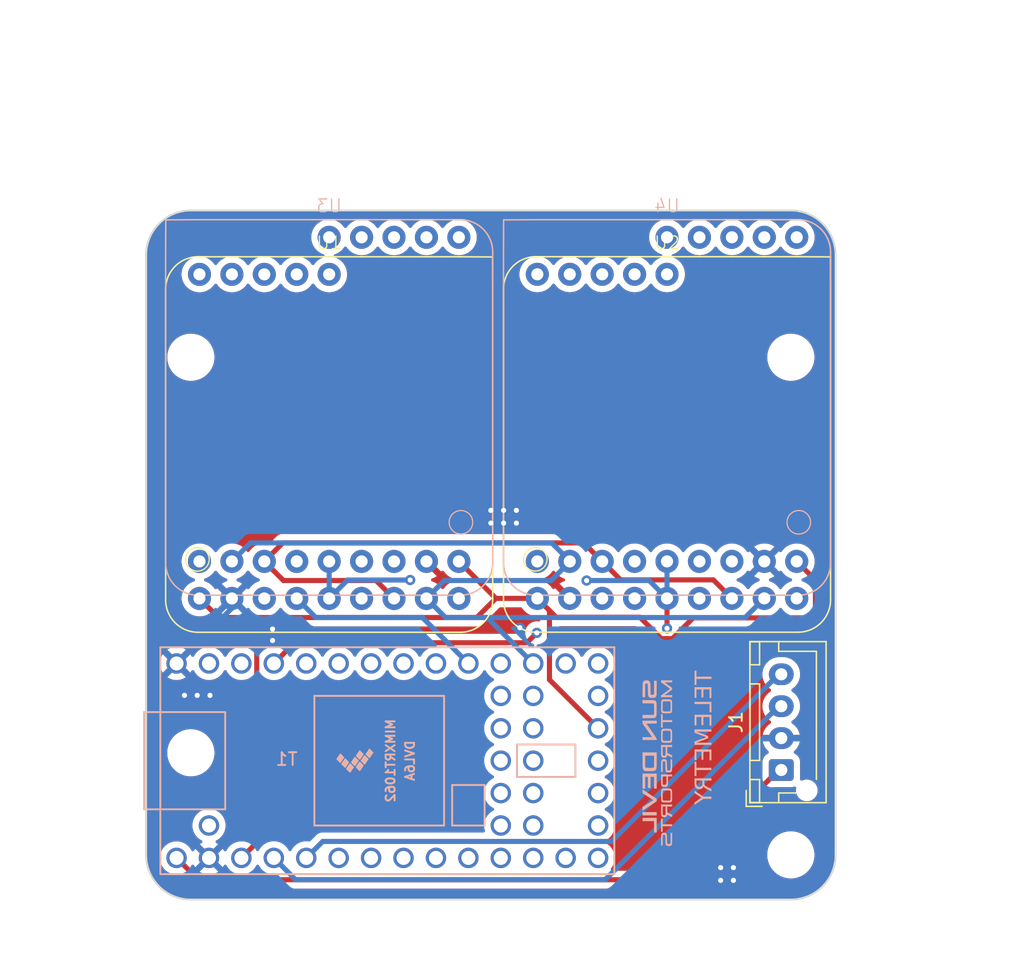
<source format=kicad_pcb>
(kicad_pcb (version 20241229) (generator "pcbnew") (generator_version "9.0")
  (layers (0 "F.Cu" signal) (4 "In1.Cu" signal) (6 "In2.Cu" signal) (2 "B.Cu" signal) (13 "F.Paste" user) (15 "B.Paste" user) (5 "F.SilkS" user "F.Silkscreen") (7 "B.SilkS" user "B.Silkscreen") (1 "F.Mask" user) (3 "B.Mask" user) (25 "Edge.Cuts" user))
  (net 0 "")
  (net 1 "+3.3V")
  (net 2 "GND")
  (net 3 "/CANL")
  (net 4 "/CANH")
  (net 5 "+5V")
  (net 14 "/SCK")
  (net 16 "/Reset")
  (net 17 "/EN")
  (net 21 "/CS")
  (net 22 "/MOSI")
  (net 25 "/IRQ2")
  (net 30 "/MISO")
  (net 60 "/IRQ1")
  (net 61 "/IRQ4")
  (net 62 "/IRQ3")
  (footprint "MountingHole:MountingHole_3.2mm_M3" (layer "F.Cu") (at 82.5 96)
    (property "Reference" "H4" (hide yes))
    (property "Value" "M3")
    (pad "" np_thru_hole circle (at 0 0) (size 3.2 3.2) (drill 3.2) (layers "*.Cu" "*.Mask"))
  )
  (footprint "MountingHole:MountingHole_3.2mm_M3" (layer "F.Cu") (at 129.5 96)
    (property "Reference" "H4" (hide yes))
    (property "Value" "M3")
    (pad "" np_thru_hole circle (at 0 0) (size 3.2 3.2) (drill 3.2) (layers "*.Cu" "*.Mask"))
  )
  (footprint "Radio:RFM95W" (layer "F.Cu") (at 119.8 102.835)
    (property "Reference" "U2" (at 0 -15.8 0) (layer "F.SilkS") (effects (font (thickness 0.1))))
    (property "Value" "RFM95W")
    (pad "1" thru_hole circle (at -10.16 12.065) (size 1.81 1.81) (drill 0.95) (layers "*.Cu" "*.Mask") (net 1 "+3.3V"))
    (pad "2" thru_hole circle (at -7.62 12.065) (size 1.81 1.81) (drill 0.95) (layers "*.Cu" "*.Mask") (net 2 "GND"))
    (pad "3" thru_hole circle (at -5.08 12.065) (size 1.81 1.81) (drill 0.95) (layers "*.Cu" "*.Mask") (net 17 "/EN"))
    (pad "4" thru_hole circle (at -2.54 12.065) (size 1.81 1.81) (drill 0.95) (layers "*.Cu" "*.Mask") (net 25 "/IRQ2"))
    (pad "5" thru_hole circle (at 0 12.065) (size 1.81 1.81) (drill 0.95) (layers "*.Cu" "*.Mask") (net 14 "/SCK"))
    (pad "6" thru_hole circle (at 2.54 12.065) (size 1.81 1.81) (drill 0.95) (layers "*.Cu" "*.Mask") (net 30 "/MISO"))
    (pad "7" thru_hole circle (at 5.08 12.065) (size 1.81 1.81) (drill 0.95) (layers "*.Cu" "*.Mask") (net 22 "/MOSI"))
    (pad "8" thru_hole circle (at 7.62 12.065) (size 1.81 1.81) (drill 0.95) (layers "*.Cu" "*.Mask") (net 21 "/CS"))
    (pad "9" thru_hole circle (at 10.16 12.065) (size 1.81 1.81) (drill 0.95) (layers "*.Cu" "*.Mask") (net 16 "/Reset"))
    (pad "10" thru_hole circle (at -10.16 -13.335) (size 1.81 1.81) (drill 0.95) (layers "*.Cu" "*.Mask"))
    (pad "11" thru_hole circle (at -7.62 -13.335) (size 1.81 1.81) (drill 0.95) (layers "*.Cu" "*.Mask"))
    (pad "12" thru_hole circle (at -5.08 -13.335) (size 1.81 1.81) (drill 0.95) (layers "*.Cu" "*.Mask"))
    (pad "13" thru_hole circle (at -2.54 -13.335) (size 1.81 1.81) (drill 0.95) (layers "*.Cu" "*.Mask"))
    (pad "14" thru_hole circle (at 0 -13.335) (size 1.81 1.81) (drill 0.95) (layers "*.Cu" "*.Mask"))
  )
  (footprint "Connector_JST:JST_XH_B4B-XH-AM_1x04_P2.50mm_Vertical" (layer "F.Cu") (at 128.75 128.35 90)
    (property "Reference" "J1" (at 3.75 -3.55 90) (layer "F.SilkS"))
    (property "Value" "CAN_DaisyChain" (hide yes))
    (pad "" np_thru_hole circle (at -1.6 2 90) (size 1.2 1.2) (drill 1.2) (layers "*.Cu" "*.Mask"))
    (pad "1" thru_hole roundrect (at 0 0 90) (size 1.7 1.95) (drill 0.95) (layers "*.Cu" "*.Mask") (roundrect_rratio 0.147059) (net 5 "+5V"))
    (pad "2" thru_hole oval (at 2.5 0 90) (size 1.7 1.95) (drill 0.95) (layers "*.Cu" "*.Mask") (net 2 "GND"))
    (pad "3" thru_hole oval (at 5 0 90) (size 1.7 1.95) (drill 0.95) (layers "*.Cu" "*.Mask") (net 4 "/CANH"))
    (pad "4" thru_hole oval (at 7.5 0 90) (size 1.7 1.95) (drill 0.95) (layers "*.Cu" "*.Mask") (net 3 "/CANL"))
  )
  (footprint "MountingHole:MountingHole_3.2mm_M3" (layer "F.Cu") (at 82.5 127)
    (property "Reference" "H4" (hide yes))
    (property "Value" "M3")
    (pad "" np_thru_hole circle (at 0 0) (size 3.2 3.2) (drill 3.2) (layers "*.Cu" "*.Mask"))
  )
  (footprint "MountingHole:MountingHole_3.2mm_M3" (layer "F.Cu") (at 129.5 135)
    (property "Reference" "H4" (hide yes))
    (property "Value" "M3")
    (pad "" np_thru_hole circle (at 0 0) (size 3.2 3.2) (drill 3.2) (layers "*.Cu" "*.Mask"))
  )
  (footprint "Radio:RFM95W" (layer "F.Cu") (at 93.335 102.84)
    (property "Reference" "U1" (at 0 -15.8 0) (layer "F.SilkS") (effects (font (thickness 0.1))))
    (property "Value" "RFM95W")
    (pad "1" thru_hole circle (at -10.16 12.065) (size 1.81 1.81) (drill 0.95) (layers "*.Cu" "*.Mask") (net 1 "+3.3V"))
    (pad "2" thru_hole circle (at -7.62 12.065) (size 1.81 1.81) (drill 0.95) (layers "*.Cu" "*.Mask") (net 2 "GND"))
    (pad "3" thru_hole circle (at -5.08 12.065) (size 1.81 1.81) (drill 0.95) (layers "*.Cu" "*.Mask") (net 17 "/EN"))
    (pad "4" thru_hole circle (at -2.54 12.065) (size 1.81 1.81) (drill 0.95) (layers "*.Cu" "*.Mask") (net 60 "/IRQ1"))
    (pad "5" thru_hole circle (at 0 12.065) (size 1.81 1.81) (drill 0.95) (layers "*.Cu" "*.Mask") (net 14 "/SCK"))
    (pad "6" thru_hole circle (at 2.54 12.065) (size 1.81 1.81) (drill 0.95) (layers "*.Cu" "*.Mask") (net 30 "/MISO"))
    (pad "7" thru_hole circle (at 5.08 12.065) (size 1.81 1.81) (drill 0.95) (layers "*.Cu" "*.Mask") (net 22 "/MOSI"))
    (pad "8" thru_hole circle (at 7.62 12.065) (size 1.81 1.81) (drill 0.95) (layers "*.Cu" "*.Mask") (net 21 "/CS"))
    (pad "9" thru_hole circle (at 10.16 12.065) (size 1.81 1.81) (drill 0.95) (layers "*.Cu" "*.Mask") (net 16 "/Reset"))
    (pad "10" thru_hole circle (at -10.16 -13.335) (size 1.81 1.81) (drill 0.95) (layers "*.Cu" "*.Mask"))
    (pad "11" thru_hole circle (at -7.62 -13.335) (size 1.81 1.81) (drill 0.95) (layers "*.Cu" "*.Mask"))
    (pad "12" thru_hole circle (at -5.08 -13.335) (size 1.81 1.81) (drill 0.95) (layers "*.Cu" "*.Mask"))
    (pad "13" thru_hole circle (at -2.54 -13.335) (size 1.81 1.81) (drill 0.95) (layers "*.Cu" "*.Mask"))
    (pad "14" thru_hole circle (at 0 -13.335) (size 1.81 1.81) (drill 0.95) (layers "*.Cu" "*.Mask"))
  )
  (footprint "Radio:RFM95W" (layer "B.Cu") (at 93.335 99.935 180)
    (property "Reference" "U3" (at 0 15.8 0) (layer "B.SilkS") (effects (font (thickness 0.1)) (justify mirror)))
    (property "Value" "RFM95W")
    (pad "1" thru_hole circle (at -10.16 -12.065 180) (size 1.81 1.81) (drill 0.95) (layers "*.Cu" "*.Mask") (net 1 "+3.3V"))
    (pad "2" thru_hole circle (at -7.62 -12.065 180) (size 1.81 1.81) (drill 0.95) (layers "*.Cu" "*.Mask") (net 2 "GND"))
    (pad "3" thru_hole circle (at -5.08 -12.065 180) (size 1.81 1.81) (drill 0.95) (layers "*.Cu" "*.Mask") (net 17 "/EN"))
    (pad "4" thru_hole circle (at -2.54 -12.065 180) (size 1.81 1.81) (drill 0.95) (layers "*.Cu" "*.Mask") (net 62 "/IRQ3"))
    (pad "5" thru_hole circle (at 0 -12.065 180) (size 1.81 1.81) (drill 0.95) (layers "*.Cu" "*.Mask") (net 14 "/SCK"))
    (pad "6" thru_hole circle (at 2.54 -12.065 180) (size 1.81 1.81) (drill 0.95) (layers "*.Cu" "*.Mask") (net 30 "/MISO"))
    (pad "7" thru_hole circle (at 5.08 -12.065 180) (size 1.81 1.81) (drill 0.95) (layers "*.Cu" "*.Mask") (net 22 "/MOSI"))
    (pad "8" thru_hole circle (at 7.62 -12.065 180) (size 1.81 1.81) (drill 0.95) (layers "*.Cu" "*.Mask") (net 21 "/CS"))
    (pad "9" thru_hole circle (at 10.16 -12.065 180) (size 1.81 1.81) (drill 0.95) (layers "*.Cu" "*.Mask") (net 16 "/Reset"))
    (pad "10" thru_hole circle (at -10.16 13.335 180) (size 1.81 1.81) (drill 0.95) (layers "*.Cu" "*.Mask"))
    (pad "11" thru_hole circle (at -7.62 13.335 180) (size 1.81 1.81) (drill 0.95) (layers "*.Cu" "*.Mask"))
    (pad "12" thru_hole circle (at -5.08 13.335 180) (size 1.81 1.81) (drill 0.95) (layers "*.Cu" "*.Mask"))
    (pad "13" thru_hole circle (at -2.54 13.335 180) (size 1.81 1.81) (drill 0.95) (layers "*.Cu" "*.Mask"))
    (pad "14" thru_hole circle (at 0 13.335 180) (size 1.81 1.81) (drill 0.95) (layers "*.Cu" "*.Mask"))
  )
  (footprint "Teensy:Teensy40" (layer "B.Cu") (at 97.89 127.62)
    (property "Reference" "T1" (at -7.89 -0.12 180) (layer "B.SilkS") (effects (justify mirror)))
    (property "Value" "Teensy4.0")
    (fp_text user "MIMXRT1062" (at 0.254 0 90) (layer "B.SilkS") (effects (font (size 0.7 0.7)) (justify mirror)))
    (fp_text user "DVL6A" (at 1.778 0 90) (layer "B.SilkS") (effects (font (size 0.7 0.7)) (justify mirror)))
    (pad "1" thru_hole circle (at -16.51 -7.62) (size 1.6 1.6) (drill 1.1) (layers "*.Cu" "*.Mask") (net 2 "GND"))
    (pad "2" thru_hole circle (at -13.97 -7.62) (size 1.6 1.6) (drill 1.1) (layers "*.Cu" "*.Mask"))
    (pad "3" thru_hole circle (at -11.43 -7.62) (size 1.6 1.6) (drill 1.1) (layers "*.Cu" "*.Mask"))
    (pad "4" thru_hole circle (at -8.89 -7.62) (size 1.6 1.6) (drill 1.1) (layers "*.Cu" "*.Mask") (net 25 "/IRQ2"))
    (pad "5" thru_hole circle (at -6.35 -7.62) (size 1.6 1.6) (drill 1.1) (layers "*.Cu" "*.Mask"))
    (pad "6" thru_hole circle (at -3.81 -7.62) (size 1.6 1.6) (drill 1.1) (layers "*.Cu" "*.Mask"))
    (pad "7" thru_hole circle (at -1.27 -7.62) (size 1.6 1.6) (drill 1.1) (layers "*.Cu" "*.Mask"))
    (pad "8" thru_hole circle (at 1.27 -7.62) (size 1.6 1.6) (drill 1.1) (layers "*.Cu" "*.Mask"))
    (pad "9" thru_hole circle (at 3.81 -7.62) (size 1.6 1.6) (drill 1.1) (layers "*.Cu" "*.Mask"))
    (pad "10" thru_hole circle (at 6.35 -7.62) (size 1.6 1.6) (drill 1.1) (layers "*.Cu" "*.Mask") (net 60 "/IRQ1"))
    (pad "11" thru_hole circle (at 8.89 -7.62) (size 1.6 1.6) (drill 1.1) (layers "*.Cu" "*.Mask") (net 16 "/Reset"))
    (pad "12" thru_hole circle (at 11.43 -7.62) (size 1.6 1.6) (drill 1.1) (layers "*.Cu" "*.Mask") (net 21 "/CS"))
    (pad "13" thru_hole circle (at 13.97 -7.62) (size 1.6 1.6) (drill 1.1) (layers "*.Cu" "*.Mask") (net 22 "/MOSI"))
    (pad "14" thru_hole circle (at 16.51 -7.62) (size 1.6 1.6) (drill 1.1) (layers "*.Cu" "*.Mask") (net 30 "/MISO"))
    (pad "15" thru_hole circle (at 16.51 -5.08) (size 1.6 1.6) (drill 1.1) (layers "*.Cu" "*.Mask"))
    (pad "16" thru_hole circle (at 16.51 -2.54) (size 1.6 1.6) (drill 1.1) (layers "*.Cu" "*.Mask") (net 1 "+3.3V"))
    (pad "17" thru_hole circle (at 16.51 0) (size 1.6 1.6) (drill 1.1) (layers "*.Cu" "*.Mask"))
    (pad "18" thru_hole circle (at 16.51 2.54) (size 1.6 1.6) (drill 1.1) (layers "*.Cu" "*.Mask"))
    (pad "19" thru_hole circle (at 16.51 5.08) (size 1.6 1.6) (drill 1.1) (layers "*.Cu" "*.Mask"))
    (pad "20" thru_hole circle (at 16.51 7.62) (size 1.6 1.6) (drill 1.1) (layers "*.Cu" "*.Mask") (net 14 "/SCK"))
    (pad "21" thru_hole circle (at 13.97 7.62) (size 1.6 1.6) (drill 1.1) (layers "*.Cu" "*.Mask") (net 61 "/IRQ4"))
    (pad "22" thru_hole circle (at 11.43 7.62) (size 1.6 1.6) (drill 1.1) (layers "*.Cu" "*.Mask") (net 17 "/EN"))
    (pad "23" thru_hole circle (at 8.89 7.62) (size 1.6 1.6) (drill 1.1) (layers "*.Cu" "*.Mask"))
    (pad "24" thru_hole circle (at 6.35 7.62) (size 1.6 1.6) (drill 1.1) (layers "*.Cu" "*.Mask"))
    (pad "25" thru_hole circle (at 3.81 7.62) (size 1.6 1.6) (drill 1.1) (layers "*.Cu" "*.Mask"))
    (pad "26" thru_hole circle (at 1.27 7.62) (size 1.6 1.6) (drill 1.1) (layers "*.Cu" "*.Mask"))
    (pad "27" thru_hole circle (at -1.27 7.62) (size 1.6 1.6) (drill 1.1) (layers "*.Cu" "*.Mask"))
    (pad "28" thru_hole circle (at -3.81 7.62) (size 1.6 1.6) (drill 1.1) (layers "*.Cu" "*.Mask") (net 62 "/IRQ3"))
    (pad "29" thru_hole circle (at -6.35 7.62) (size 1.6 1.6) (drill 1.1) (layers "*.Cu" "*.Mask") (net 3 "/CANL"))
    (pad "30" thru_hole circle (at -8.89 7.62) (size 1.6 1.6) (drill 1.1) (layers "*.Cu" "*.Mask") (net 4 "/CANH"))
    (pad "31" thru_hole circle (at -11.43 7.62) (size 1.6 1.6) (drill 1.1) (layers "*.Cu" "*.Mask") (net 1 "+3.3V"))
    (pad "32" thru_hole circle (at -13.97 7.62) (size 1.6 1.6) (drill 1.1) (layers "*.Cu" "*.Mask") (net 2 "GND"))
    (pad "33" thru_hole circle (at -16.51 7.62) (size 1.6 1.6) (drill 1.1) (layers "*.Cu" "*.Mask") (net 5 "+5V"))
    (pad "34" thru_hole circle (at -13.97 5.08) (size 1.6 1.6) (drill 1.1) (layers "*.Cu" "*.Mask"))
    (pad "35" thru_hole circle (at 11.43 5.08) (size 1.6 1.6) (drill 1.1) (layers "*.Cu" "*.Mask"))
    (pad "36" thru_hole circle (at 8.89 5.08) (size 1.6 1.6) (drill 1.1) (layers "*.Cu" "*.Mask"))
    (pad "37" thru_hole circle (at 11.43 2.54) (size 1.6 1.6) (drill 1.1) (layers "*.Cu" "*.Mask"))
    (pad "38" thru_hole circle (at 8.89 2.54) (size 1.6 1.6) (drill 1.1) (layers "*.Cu" "*.Mask"))
    (pad "39" thru_hole circle (at 11.43 0) (size 1.6 1.6) (drill 1.1) (layers "*.Cu" "*.Mask"))
    (pad "40" thru_hole circle (at 8.89 0) (size 1.6 1.6) (drill 1.1) (layers "*.Cu" "*.Mask"))
    (pad "41" thru_hole circle (at 11.43 -2.54) (size 1.6 1.6) (drill 1.1) (layers "*.Cu" "*.Mask"))
    (pad "42" thru_hole circle (at 8.89 -2.54) (size 1.6 1.6) (drill 1.1) (layers "*.Cu" "*.Mask"))
    (pad "43" thru_hole circle (at 11.43 -5.08) (size 1.6 1.6) (drill 1.1) (layers "*.Cu" "*.Mask"))
    (pad "44" thru_hole circle (at 8.89 -5.08) (size 1.6 1.6) (drill 1.1) (layers "*.Cu" "*.Mask"))
  )
  (footprint "Radio:RFM95W" (layer "B.Cu") (at 119.8 99.935 180)
    (property "Reference" "U4" (at 0 15.8 0) (layer "B.SilkS") (effects (font (thickness 0.1)) (justify mirror)))
    (property "Value" "RFM95W")
    (pad "1" thru_hole circle (at -10.16 -12.065 180) (size 1.81 1.81) (drill 0.95) (layers "*.Cu" "*.Mask") (net 1 "+3.3V"))
    (pad "2" thru_hole circle (at -7.62 -12.065 180) (size 1.81 1.81) (drill 0.95) (layers "*.Cu" "*.Mask") (net 2 "GND"))
    (pad "3" thru_hole circle (at -5.08 -12.065 180) (size 1.81 1.81) (drill 0.95) (layers "*.Cu" "*.Mask") (net 17 "/EN"))
    (pad "4" thru_hole circle (at -2.54 -12.065 180) (size 1.81 1.81) (drill 0.95) (layers "*.Cu" "*.Mask") (net 61 "/IRQ4"))
    (pad "5" thru_hole circle (at 0 -12.065 180) (size 1.81 1.81) (drill 0.95) (layers "*.Cu" "*.Mask") (net 14 "/SCK"))
    (pad "6" thru_hole circle (at 2.54 -12.065 180) (size 1.81 1.81) (drill 0.95) (layers "*.Cu" "*.Mask") (net 30 "/MISO"))
    (pad "7" thru_hole circle (at 5.08 -12.065 180) (size 1.81 1.81) (drill 0.95) (layers "*.Cu" "*.Mask") (net 22 "/MOSI"))
    (pad "8" thru_hole circle (at 7.62 -12.065 180) (size 1.81 1.81) (drill 0.95) (layers "*.Cu" "*.Mask") (net 21 "/CS"))
    (pad "9" thru_hole circle (at 10.16 -12.065 180) (size 1.81 1.81) (drill 0.95) (layers "*.Cu" "*.Mask") (net 16 "/Reset"))
    (pad "10" thru_hole circle (at -10.16 13.335 180) (size 1.81 1.81) (drill 0.95) (layers "*.Cu" "*.Mask"))
    (pad "11" thru_hole circle (at -7.62 13.335 180) (size 1.81 1.81) (drill 0.95) (layers "*.Cu" "*.Mask"))
    (pad "12" thru_hole circle (at -5.08 13.335 180) (size 1.81 1.81) (drill 0.95) (layers "*.Cu" "*.Mask"))
    (pad "13" thru_hole circle (at -2.54 13.335 180) (size 1.81 1.81) (drill 0.95) (layers "*.Cu" "*.Mask"))
    (pad "14" thru_hole circle (at 0 13.335 180) (size 1.81 1.81) (drill 0.95) (layers "*.Cu" "*.Mask"))
  )
  (footprint "Library:sdmlogo" (layer "B.Cu") (at 118.944774 125.096813 -90)
    (property "Reference" "G***" (hide yes))
    (property "Value" "LOGO" (hide yes))
  )
  (gr_line (start 129.5 138.5) (end 82.5 138.5) (stroke (width 0.15)) (layer "Edge.Cuts"))
  (gr_arc (start 79 88) (mid 80.025126 85.525126) (end 82.5 84.5) (stroke (width 0.15)) (layer "Edge.Cuts"))
  (gr_line (start 79 135) (end 79 88) (stroke (width 0.15)) (layer "Edge.Cuts"))
  (gr_arc (start 133 135) (mid 131.974874 137.474874) (end 129.5 138.5) (stroke (width 0.15)) (layer "Edge.Cuts"))
  (gr_arc (start 129.5 84.5) (mid 131.974874 85.525126) (end 133 88) (stroke (width 0.15)) (layer "Edge.Cuts"))
  (gr_arc (start 82.5 138.5) (mid 80.025126 137.474874) (end 79 135) (stroke (width 0.15)) (layer "Edge.Cuts"))
  (gr_line (start 82.5 84.5) (end 129.5 84.5) (stroke (width 0.15)) (layer "Edge.Cuts"))
  (gr_line (start 133 88) (end 133 135) (stroke (width 0.15)) (layer "Edge.Cuts"))
  (gr_text "TELEMETRY" (at 123.5 120.565936 90) (layer "B.SilkS") (effects (font (size 1.3 1.3)) (justify left bottom mirror)))
  (segment (start 106.395 114.9) (end 104.895 116.4) (width 0.4) (layer "F.Cu") (net 1))
  (segment (start 117.675 116.375) (end 119.351 118.051) (width 0.4) (layer "F.Cu") (net 1))
  (segment (start 106.395 114.9) (end 103.495 112) (width 0.4) (layer "F.Cu") (net 1))
  (segment (start 131 116.425) (end 131.425 116) (width 0.4) (layer "F.Cu") (net 1))
  (segment (start 109.64 114.9) (end 106.395 114.9) (width 0.4) (layer "F.Cu") (net 1))
  (segment (start 131.425 116) (end 131.425 113.465) (width 0.4) (layer "F.Cu") (net 1))
  (segment (start 87.661 134.039) (end 86.46 135.24) (width 0.4) (layer "F.Cu") (net 1))
  (segment (start 87.661 117.211) (end 87.661 134.039) (width 0.4) (layer "F.Cu") (net 1))
  (segment (start 110.59 115.85) (end 110.59 116.375) (width 0.4) (layer "F.Cu") (net 1))
  (segment (start 109.64 114.9) (end 110.59 115.85) (width 0.4) (layer "F.Cu") (net 1))
  (segment (start 110.59 121.27) (end 114.4 125.08) (width 0.4) (layer "F.Cu") (net 1))
  (segment (start 131.425 113.465) (end 129.96 112) (width 0.4) (layer "F.Cu") (net 1))
  (segment (start 104.895 116.4) (end 86.85 116.4) (width 0.4) (layer "F.Cu") (net 1))
  (segment (start 84.67 116.4) (end 83.175 114.905) (width 0.4) (layer "F.Cu") (net 1))
  (segment (start 86.85 116.4) (end 87.661 117.211) (width 0.4) (layer "F.Cu") (net 1))
  (segment (start 120.224 118.051) (end 121.85 116.425) (width 0.4) (layer "F.Cu") (net 1))
  (segment (start 121.85 116.425) (end 131 116.425) (width 0.4) (layer "F.Cu") (net 1))
  (segment (start 86.85 116.4) (end 84.67 116.4) (width 0.4) (layer "F.Cu") (net 1))
  (segment (start 110.59 115.85) (end 111.115 116.375) (width 0.4) (layer "F.Cu") (net 1))
  (segment (start 111.115 116.375) (end 117.675 116.375) (width 0.4) (layer "F.Cu") (net 1))
  (segment (start 110.59 116.375) (end 110.59 121.27) (width 0.4) (layer "F.Cu") (net 1))
  (segment (start 119.351 118.051) (end 120.224 118.051) (width 0.4) (layer "F.Cu") (net 1))
  (via (at 124 137) (size 0.8) (drill 0.4) (layers "F.Cu" "B.Cu") (net 2))
  (via (at 82 122.5) (size 0.8) (drill 0.4) (layers "F.Cu" "B.Cu") (net 2))
  (via (at 106 109) (size 0.8) (drill 0.4) (layers "F.Cu" "B.Cu") (net 2))
  (via (at 108 108) (size 0.8) (drill 0.4) (layers "F.Cu" "B.Cu") (net 2))
  (via (at 107 109) (size 0.8) (drill 0.4) (layers "F.Cu" "B.Cu") (net 2))
  (via (at 124 136) (size 0.8) (drill 0.4) (layers "F.Cu" "B.Cu") (net 2))
  (via (at 106 108) (size 0.8) (drill 0.4) (layers "F.Cu" "B.Cu") (net 2))
  (via (at 108.275 117.2) (size 0.8) (drill 0.4) (layers "F.Cu" "B.Cu") (net 2))
  (via (at 108 109) (size 0.8) (drill 0.4) (layers "F.Cu" "B.Cu") (net 2))
  (via (at 125 137) (size 0.8) (drill 0.4) (layers "F.Cu" "B.Cu") (net 2))
  (via (at 88.9 117.3) (size 0.8) (drill 0.4) (layers "F.Cu" "B.Cu") (net 2))
  (via (at 84 122.5) (size 0.8) (drill 0.4) (layers "F.Cu" "B.Cu") (net 2))
  (via (at 83 122.5) (size 0.8) (drill 0.4) (layers "F.Cu" "B.Cu") (net 2))
  (via (at 107 108) (size 0.8) (drill 0.4) (layers "F.Cu" "B.Cu") (net 2))
  (via (at 125 136) (size 0.8) (drill 0.4) (layers "F.Cu" "B.Cu") (net 2))
  (via (at 88.9 118.2) (size 0.8) (drill 0.4) (layers "F.Cu" "B.Cu") (net 2))
  (segment (start 85.715 115.665) (end 81.38 120) (width 0.4) (layer "B.Cu") (net 2))
  (segment (start 85.715 114.905) (end 85.715 115.665) (width 0.4) (layer "B.Cu") (net 2))
  (segment (start 92.83 133.95) (end 115.45 133.95) (width 0.4) (layer "B.Cu") (net 3))
  (segment (start 115.45 133.95) (end 128.58 120.82) (width 0.4) (layer "B.Cu") (net 3))
  (segment (start 91.54 135.24) (end 92.83 133.95) (width 0.4) (layer "B.Cu") (net 3))
  (segment (start 128.58 120.82) (end 128.73 120.82) (width 0.4) (layer "B.Cu") (net 3))
  (segment (start 128.58 123.32) (end 128.73 123.32) (width 0.4) (layer "B.Cu") (net 4))
  (segment (start 90.71 136.95) (end 114.95 136.95) (width 0.4) (layer "B.Cu") (net 4))
  (segment (start 114.95 136.95) (end 128.58 123.32) (width 0.4) (layer "B.Cu") (net 4))
  (segment (start 89 135.24) (end 90.71 136.95) (width 0.4) (layer "B.Cu") (net 4))
  (segment (start 83.09 136.95) (end 81.38 135.24) (width 0.4) (layer "F.Cu") (net 5))
  (segment (start 128.73 128.32) (end 128.58 128.32) (width 0.4) (layer "F.Cu") (net 5))
  (segment (start 128.58 128.32) (end 119.95 136.95) (width 0.4) (layer "F.Cu") (net 5))
  (segment (start 119.95 136.95) (end 83.09 136.95) (width 0.4) (layer "F.Cu") (net 5))
  (segment (start 119.8 117.25) (end 119.8 114.9) (width 0.4) (layer "F.Cu") (net 14))
  (via (at 99.68 113.46) (size 0.8) (drill 0.4) (layers "F.Cu" "B.Cu") (net 14))
  (via (at 119.8 117.25) (size 0.8) (drill 0.4) (layers "F.Cu" "B.Cu") (net 14))
  (via (at 113.5 113.5) (size 0.8) (drill 0.4) (layers "F.Cu" "B.Cu") (net 14))
  (segment (start 93.335 112) (end 93.335 114.905) (width 0.4) (layer "B.Cu") (net 14))
  (segment (start 119.8 114.9) (end 118.4 113.5) (width 0.4) (layer "B.Cu") (net 14))
  (segment (start 94.78 113.46) (end 93.335 114.905) (width 0.4) (layer "B.Cu") (net 14))
  (segment (start 99.68 113.46) (end 94.78 113.46) (width 0.4) (layer "B.Cu") (net 14))
  (segment (start 119.8 114.9) (end 119.8 112) (width 0.4) (layer "B.Cu") (net 14))
  (segment (start 118.4 113.5) (end 113.5 113.5) (width 0.4) (layer "B.Cu") (net 14))
  (segment (start 100.955 114.905) (end 102.45 116.4) (width 0.4) (layer "B.Cu") (net 21))
  (segment (start 102.36 113.5) (end 110.72 113.5) (width 0.4) (layer "B.Cu") (net 21))
  (segment (start 125.92 116.4) (end 127.42 114.9) (width 0.4) (layer "B.Cu") (net 21))
  (segment (start 110.77 110.55) (end 87.165 110.55) (width 0.4) (layer "B.Cu") (net 21))
  (segment (start 110.72 113.5) (end 112.18 112.04) (width 0.4) (layer "B.Cu") (net 21))
  (segment (start 112.18 112.04) (end 112.18 111.96) (width 0.4) (layer "B.Cu") (net 21))
  (segment (start 105.1 116.4) (end 105.72 116.4) (width 0.4) (layer "B.Cu") (net 21))
  (segment (start 100.955 114.905) (end 102.36 113.5) (width 0.4) (layer "B.Cu") (net 21))
  (segment (start 105.72 116.4) (end 109.32 120) (width 0.4) (layer "B.Cu") (net 21))
  (segment (start 87.165 110.55) (end 85.715 112) (width 0.4) (layer "B.Cu") (net 21))
  (segment (start 102.45 116.4) (end 105.1 116.4) (width 0.4) (layer "B.Cu") (net 21))
  (segment (start 105.1 116.4) (end 125.92 116.4) (width 0.4) (layer "B.Cu") (net 21))
  (segment (start 112.18 111.96) (end 110.77 110.55) (width 0.4) (layer "B.Cu") (net 21))
  (segment (start 124.88 114.9) (end 123.43 113.45) (width 0.4) (layer "F.Cu") (net 22))
  (segment (start 88.255 112) (end 89.755 113.5) (width 0.4) (layer "F.Cu") (net 22))
  (segment (start 97.01 113.5) (end 98.415 114.905) (width 0.4) (layer "F.Cu") (net 22))
  (segment (start 89.755 113.5) (end 97.01 113.5) (width 0.4) (layer "F.Cu") (net 22))
  (segment (start 113.27 110.55) (end 89.705 110.55) (width 0.4) (layer "F.Cu") (net 22))
  (segment (start 89.705 110.55) (end 88.255 112) (width 0.4) (layer "F.Cu") (net 22))
  (segment (start 116.17 113.45) (end 114.72 112) (width 0.4) (layer "F.Cu") (net 22))
  (segment (start 114.72 112) (end 113.27 110.55) (width 0.4) (layer "F.Cu") (net 22))
  (segment (start 123.43 113.45) (end 116.17 113.45) (width 0.4) (layer "F.Cu") (net 22))
  (segment (start 108.824 118.376) (end 90.624 118.376) (width 0.4) (layer "F.Cu") (net 25))
  (segment (start 109.6 117.6) (end 108.824 118.376) (width 0.4) (layer "F.Cu") (net 25))
  (segment (start 90.624 118.376) (end 89 120) (width 0.4) (layer "F.Cu") (net 25))
  (via (at 109.6 117.6) (size 0.8) (drill 0.4) (layers "F.Cu" "B.Cu") (net 25))
  (segment (start 100.64 116.4) (end 104.24 120) (width 0.4) (layer "B.Cu") (net 60))
  (segment (start 92.29 116.4) (end 100.64 116.4) (width 0.4) (layer "B.Cu") (net 60))
  (segment (start 90.795 114.905) (end 92.29 116.4) (width 0.4) (layer "B.Cu") (net 60))
  (zone (net 2) (net_name "GND") (layers "F.Cu" "B.Cu" "In1.Cu" "In2.Cu") (connect_pads (clearance 0.5)) (min_thickness 0.25) (fill yes (thermal_gap 0.5) (thermal_bridge_width 0.5))
    (polygon (pts (xy 134 84) (xy 134 139) (xy 78 139) (xy 78 84)))
  )
)
</source>
